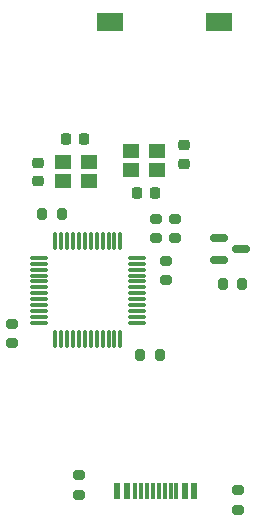
<source format=gbr>
%TF.GenerationSoftware,KiCad,Pcbnew,7.0.11-rc3*%
%TF.CreationDate,2025-03-16T23:25:47+08:00*%
%TF.ProjectId,cooling_DAQ,636f6f6c-696e-4675-9f44-41512e6b6963,rev?*%
%TF.SameCoordinates,Original*%
%TF.FileFunction,Paste,Top*%
%TF.FilePolarity,Positive*%
%FSLAX46Y46*%
G04 Gerber Fmt 4.6, Leading zero omitted, Abs format (unit mm)*
G04 Created by KiCad (PCBNEW 7.0.11-rc3) date 2025-03-16 23:25:47*
%MOMM*%
%LPD*%
G01*
G04 APERTURE LIST*
G04 Aperture macros list*
%AMRoundRect*
0 Rectangle with rounded corners*
0 $1 Rounding radius*
0 $2 $3 $4 $5 $6 $7 $8 $9 X,Y pos of 4 corners*
0 Add a 4 corners polygon primitive as box body*
4,1,4,$2,$3,$4,$5,$6,$7,$8,$9,$2,$3,0*
0 Add four circle primitives for the rounded corners*
1,1,$1+$1,$2,$3*
1,1,$1+$1,$4,$5*
1,1,$1+$1,$6,$7*
1,1,$1+$1,$8,$9*
0 Add four rect primitives between the rounded corners*
20,1,$1+$1,$2,$3,$4,$5,0*
20,1,$1+$1,$4,$5,$6,$7,0*
20,1,$1+$1,$6,$7,$8,$9,0*
20,1,$1+$1,$8,$9,$2,$3,0*%
G04 Aperture macros list end*
%ADD10RoundRect,0.200000X-0.275000X0.200000X-0.275000X-0.200000X0.275000X-0.200000X0.275000X0.200000X0*%
%ADD11RoundRect,0.225000X0.225000X0.250000X-0.225000X0.250000X-0.225000X-0.250000X0.225000X-0.250000X0*%
%ADD12RoundRect,0.200000X0.275000X-0.200000X0.275000X0.200000X-0.275000X0.200000X-0.275000X-0.200000X0*%
%ADD13RoundRect,0.075000X-0.075000X0.662500X-0.075000X-0.662500X0.075000X-0.662500X0.075000X0.662500X0*%
%ADD14RoundRect,0.075000X-0.662500X0.075000X-0.662500X-0.075000X0.662500X-0.075000X0.662500X0.075000X0*%
%ADD15RoundRect,0.200000X-0.200000X-0.275000X0.200000X-0.275000X0.200000X0.275000X-0.200000X0.275000X0*%
%ADD16RoundRect,0.225000X0.250000X-0.225000X0.250000X0.225000X-0.250000X0.225000X-0.250000X-0.225000X0*%
%ADD17R,2.180000X1.600000*%
%ADD18R,0.600000X1.450000*%
%ADD19R,0.300000X1.450000*%
%ADD20R,1.400000X1.200000*%
%ADD21RoundRect,0.150000X-0.587500X-0.150000X0.587500X-0.150000X0.587500X0.150000X-0.587500X0.150000X0*%
%ADD22RoundRect,0.225000X-0.250000X0.225000X-0.250000X-0.225000X0.250000X-0.225000X0.250000X0.225000X0*%
%ADD23RoundRect,0.200000X0.200000X0.275000X-0.200000X0.275000X-0.200000X-0.275000X0.200000X-0.275000X0*%
%ADD24RoundRect,0.225000X-0.225000X-0.250000X0.225000X-0.250000X0.225000X0.250000X-0.225000X0.250000X0*%
G04 APERTURE END LIST*
D10*
%TO.C,R11*%
X154000000Y-135675000D03*
X154000000Y-137325000D03*
%TD*%
D11*
%TO.C,C1*%
X140911000Y-105976000D03*
X139361000Y-105976000D03*
%TD*%
D12*
%TO.C,C7*%
X148600000Y-114325000D03*
X148600000Y-112675000D03*
%TD*%
D13*
%TO.C,U1*%
X144000000Y-114587500D03*
X143500000Y-114587500D03*
X143000000Y-114587500D03*
X142500000Y-114587500D03*
X142000000Y-114587500D03*
X141500000Y-114587500D03*
X141000000Y-114587500D03*
X140500000Y-114587500D03*
X140000000Y-114587500D03*
X139500000Y-114587500D03*
X139000000Y-114587500D03*
X138500000Y-114587500D03*
D14*
X137087500Y-116000000D03*
X137087500Y-116500000D03*
X137087500Y-117000000D03*
X137087500Y-117500000D03*
X137087500Y-118000000D03*
X137087500Y-118500000D03*
X137087500Y-119000000D03*
X137087500Y-119500000D03*
X137087500Y-120000000D03*
X137087500Y-120500000D03*
X137087500Y-121000000D03*
X137087500Y-121500000D03*
D13*
X138500000Y-122912500D03*
X139000000Y-122912500D03*
X139500000Y-122912500D03*
X140000000Y-122912500D03*
X140500000Y-122912500D03*
X141000000Y-122912500D03*
X141500000Y-122912500D03*
X142000000Y-122912500D03*
X142500000Y-122912500D03*
X143000000Y-122912500D03*
X143500000Y-122912500D03*
X144000000Y-122912500D03*
D14*
X145412500Y-121500000D03*
X145412500Y-121000000D03*
X145412500Y-120500000D03*
X145412500Y-120000000D03*
X145412500Y-119500000D03*
X145412500Y-119000000D03*
X145412500Y-118500000D03*
X145412500Y-118000000D03*
X145412500Y-117500000D03*
X145412500Y-117000000D03*
X145412500Y-116500000D03*
X145412500Y-116000000D03*
%TD*%
D10*
%TO.C,C8*%
X134800000Y-121575000D03*
X134800000Y-123225000D03*
%TD*%
D15*
%TO.C,R16*%
X152675000Y-118250000D03*
X154325000Y-118250000D03*
%TD*%
D16*
%TO.C,C2*%
X137000000Y-109525000D03*
X137000000Y-107975000D03*
%TD*%
D15*
%TO.C,C10*%
X145675000Y-124250000D03*
X147325000Y-124250000D03*
%TD*%
D17*
%TO.C,SW1*%
X152340000Y-96000000D03*
X143160000Y-96000000D03*
%TD*%
D18*
%TO.C,J7*%
X143750000Y-135705000D03*
X144550000Y-135705000D03*
D19*
X145750000Y-135705000D03*
X146750000Y-135705000D03*
X147250000Y-135705000D03*
X148250000Y-135705000D03*
D18*
X149450000Y-135705000D03*
X150250000Y-135705000D03*
X150250000Y-135705000D03*
X149450000Y-135705000D03*
D19*
X148750000Y-135705000D03*
X147750000Y-135705000D03*
X146250000Y-135705000D03*
X145250000Y-135705000D03*
D18*
X144550000Y-135705000D03*
X143750000Y-135705000D03*
%TD*%
D20*
%TO.C,Y1*%
X141350000Y-107908000D03*
X139150000Y-107908000D03*
X139150000Y-109508000D03*
X141350000Y-109508000D03*
%TD*%
D21*
%TO.C,Q1*%
X152312500Y-114300000D03*
X152312500Y-116200000D03*
X154187500Y-115250000D03*
%TD*%
D22*
%TO.C,C4*%
X149400000Y-106475000D03*
X149400000Y-108025000D03*
%TD*%
D23*
%TO.C,C9*%
X139027000Y-112250000D03*
X137377000Y-112250000D03*
%TD*%
D10*
%TO.C,R10*%
X140500000Y-134425000D03*
X140500000Y-136075000D03*
%TD*%
D20*
%TO.C,Y2*%
X144900000Y-108550000D03*
X147100000Y-108550000D03*
X147100000Y-106950000D03*
X144900000Y-106950000D03*
%TD*%
D12*
%TO.C,C5*%
X147000000Y-114325000D03*
X147000000Y-112675000D03*
%TD*%
D10*
%TO.C,C6*%
X147854000Y-116250000D03*
X147854000Y-117900000D03*
%TD*%
D24*
%TO.C,C3*%
X145386000Y-110550000D03*
X146936000Y-110550000D03*
%TD*%
M02*

</source>
